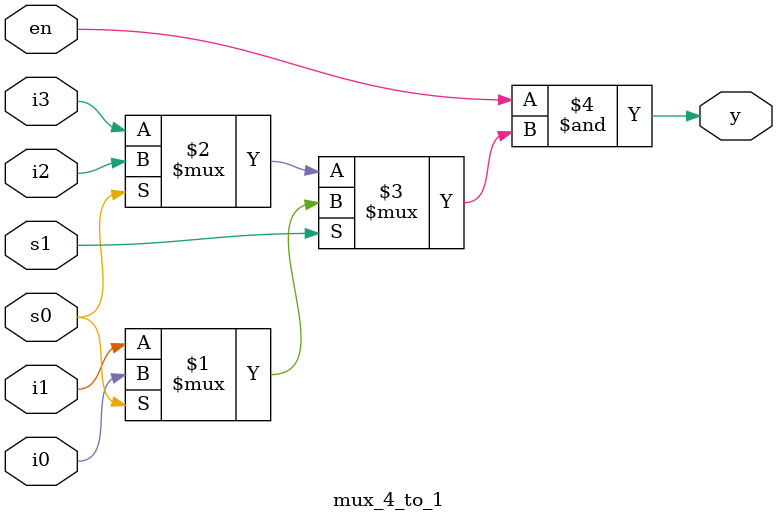
<source format=v>
/*
Instructions
-------------------
Students are not allowed to make any changes in the Module declaration.
This file is used to design a 4:1 multiplexer.

Recommended Quartus Version : 19.1
The submitted project file must be 19.1 compatible as the evaluation will be done on Quartus Prime Lite 19.1.

Warning: The error due to compatibility will not be entertained.
			Do not make any changes to Test_Bench_Vector.txt file. Violating will result into Disqualification.
-------------------
*/

//4:1 multiplexer
//Inputs : 4 inputs - i3 to i0, 2 select lines - s1 and s0, enable input - en.
//Output : y

//////////////////DO NOT MAKE ANY CHANGES IN MODULE///////////////////////////////
module mux_4_to_1(
	input i3,i2,i1,i0,         //Inputs
	input s1,s0,               //Select Lines
	input en,                  //enable
	output y                   //output
	);
	
////////////////////////WRITE YOUR CODE FROM HERE////////////////////

	assign y = en & (s1 ? ( s0 ? i0: i1) : ( s0 ? i2: i3));
	//assign y= tmp1 | tmp2 | tmp3 | tmp4 ;

	
///////////////////////YOUR CODE ENDS HERE////////////////////////////
endmodule
///////////////////////////////MODULE ENDS///////////////////////////
</source>
